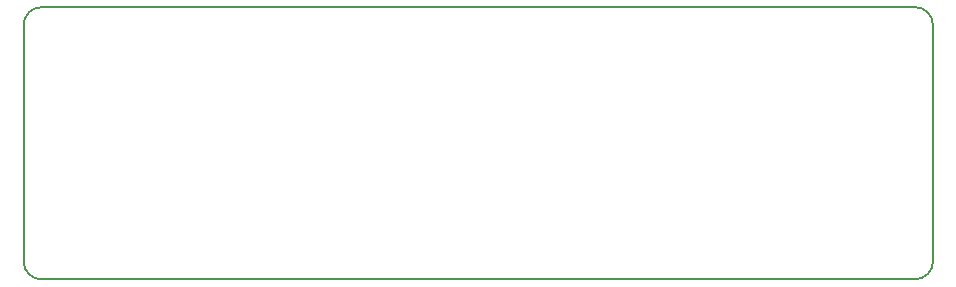
<source format=gm1>
G04*
G04 #@! TF.GenerationSoftware,Altium Limited,Altium Designer,23.1.1 (15)*
G04*
G04 Layer_Color=16711935*
%FSLAX26Y26*%
%MOIN*%
G70*
G04*
G04 #@! TF.SameCoordinates,D0E4B440-4BE9-487C-8C21-8B387810EFB0*
G04*
G04*
G04 #@! TF.FilePolarity,Positive*
G04*
G01*
G75*
%ADD65C,0.005000*%
D65*
X0Y-847402D02*
G03*
X60000Y-907402I60000J0D01*
G01*
X60000Y-0D02*
G03*
X0Y-60000I0J-60000D01*
G01*
X3031496Y-60000D02*
G03*
X2971496Y-0I-60000J0D01*
G01*
Y-907402D02*
G03*
X3031496Y-847402I0J60000D01*
G01*
X0D02*
Y-60000D01*
X60000Y-907402D02*
X2971496Y-907402D01*
X60000Y-0D02*
X2970000D01*
X3031496Y-848504D02*
Y-61496D01*
M02*

</source>
